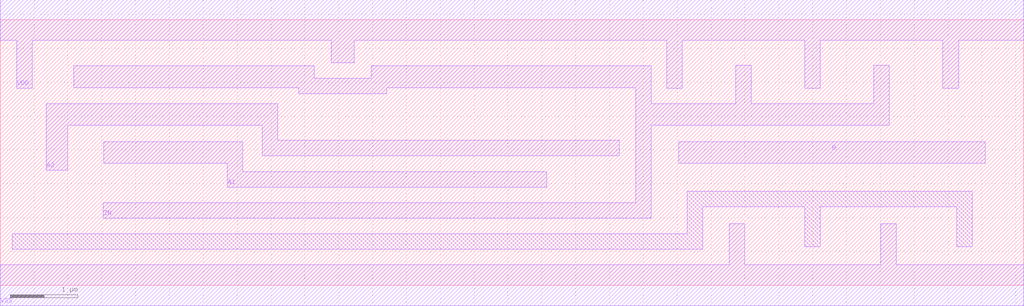
<source format=lef>
# Copyright 2022 GlobalFoundries PDK Authors
#
# Licensed under the Apache License, Version 2.0 (the "License");
# you may not use this file except in compliance with the License.
# You may obtain a copy of the License at
#
#      http://www.apache.org/licenses/LICENSE-2.0
#
# Unless required by applicable law or agreed to in writing, software
# distributed under the License is distributed on an "AS IS" BASIS,
# WITHOUT WARRANTIES OR CONDITIONS OF ANY KIND, either express or implied.
# See the License for the specific language governing permissions and
# limitations under the License.

MACRO gf180mcu_fd_sc_mcu7t5v0__oai21_4
  CLASS core ;
  FOREIGN gf180mcu_fd_sc_mcu7t5v0__oai21_4 0.0 0.0 ;
  ORIGIN 0 0 ;
  SYMMETRY X Y ;
  SITE GF018hv5v_mcu_sc7 ;
  SIZE 15.12 BY 3.92 ;
  PIN A1
    DIRECTION INPUT ;
    ANTENNAGATEAREA 4.158 ;
    PORT
      LAYER METAL1 ;
        POLYGON 1.53 1.8 3.35 1.8 3.35 1.45 8.07 1.45 8.07 1.68 3.58 1.68 3.58 2.12 1.53 2.12  ;
    END
  END A1
  PIN A2
    DIRECTION INPUT ;
    ANTENNAGATEAREA 4.158 ;
    PORT
      LAYER METAL1 ;
        POLYGON 0.68 1.695 1 1.695 1 2.36 3.87 2.36 3.87 1.91 9.14 1.91 9.14 2.14 4.1 2.14 4.1 2.68 0.68 2.68  ;
    END
  END A2
  PIN B
    DIRECTION INPUT ;
    ANTENNAGATEAREA 3.878 ;
    PORT
      LAYER METAL1 ;
        POLYGON 10.02 1.8 14.355 1.8 14.55 1.8 14.55 2.12 14.355 2.12 10.02 2.12  ;
    END
  END B
  PIN ZN
    DIRECTION OUTPUT ;
    ANTENNADIFFAREA 4.0305 ;
    PORT
      LAYER METAL1 ;
        POLYGON 1.085 2.92 4.41 2.92 4.41 2.825 5.71 2.825 5.71 2.92 9.385 2.92 9.385 1.22 1.52 1.22 1.52 0.99 9.615 0.99 9.615 2.36 13.135 2.36 13.135 3.25 12.905 3.25 12.905 2.68 11.095 2.68 11.095 3.25 10.865 3.25 10.865 2.68 9.615 2.68 9.615 3.24 5.48 3.24 5.48 3.055 4.64 3.055 4.64 3.24 1.085 3.24  ;
    END
  END ZN
  PIN VDD
    DIRECTION INOUT ;
    USE power ;
    SHAPE ABUTMENT ;
    PORT
      LAYER METAL1 ;
        POLYGON 0 3.62 0.245 3.62 0.245 2.91 0.475 2.91 0.475 3.62 4.89 3.62 4.89 3.285 5.23 3.285 5.23 3.62 9.845 3.62 9.845 2.91 10.075 2.91 10.075 3.62 11.885 3.62 11.885 2.91 12.115 2.91 12.115 3.62 13.925 3.62 13.925 2.91 14.155 2.91 14.155 3.62 14.355 3.62 15.12 3.62 15.12 4.22 14.355 4.22 0 4.22  ;
    END
  END VDD
  PIN VSS
    DIRECTION INOUT ;
    USE ground ;
    SHAPE ABUTMENT ;
    PORT
      LAYER METAL1 ;
        POLYGON 0 -0.3 15.12 -0.3 15.12 0.3 13.235 0.3 13.235 0.91 13.005 0.91 13.005 0.3 10.995 0.3 10.995 0.91 10.765 0.91 10.765 0.3 0 0.3  ;
    END
  END VSS
  OBS
      LAYER METAL1 ;
        POLYGON 0.18 0.53 10.38 0.53 10.38 1.16 11.885 1.16 11.885 0.57 12.115 0.57 12.115 1.16 14.125 1.16 14.125 0.57 14.355 0.57 14.355 1.39 10.15 1.39 10.15 0.76 0.18 0.76  ;
  END
END gf180mcu_fd_sc_mcu7t5v0__oai21_4

</source>
